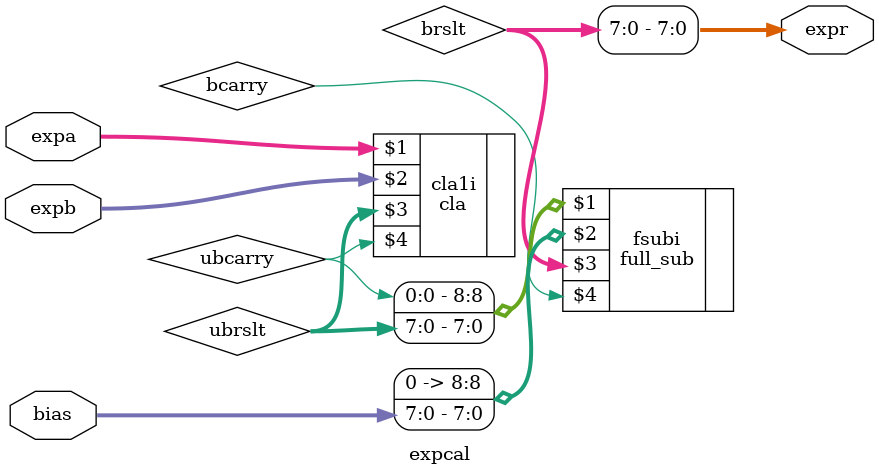
<source format=v>

module expcal
    (
     expa, //exponent a
     expb, //exponent b
     bias,
     expr //exponent result
     );

////////////////////////////////////////////////////////////////////////////////
// Parameter declarations

parameter WIDTH = 8;
//parameter BIAS = 8'b0111_1111; //127

////////////////////////////////////////////////////////////////////////////////
// Port declarations

input [WIDTH-1:0] expa;
input [WIDTH-1:0] expb;

input [WIDTH-1:0] bias;

output [WIDTH-1:0] expr;

////////////////////////////////////////////////////////////////////////////////
// Output declarations

////////////////////////////////////////////////////////////////////////////////
// Local logic and instantiation

wire [WIDTH-1:0]   ubrslt;//unbiased result
wire               ubcarry;

cla #(8) cla1i(expa,expb,ubrslt,ubcarry);

wire [WIDTH:0]   brslt; //biased result
wire               bcarry;

full_sub #(9) fsubi({ubcarry,ubrslt},{1'b0,bias},brslt,bcarry);

assign             expr = brslt[7:0];

endmodule 

</source>
